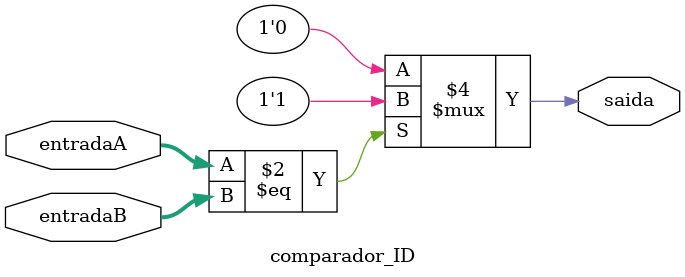
<source format=v>
module comparador_ID(
  input[31:0] entradaA, entradaB,
  output reg saida
  );

  always @ ( * ) begin
    if (entradaA == entradaB)
      saida = 1;

    else
      saida = 0;
  end
  
  endmodule


</source>
